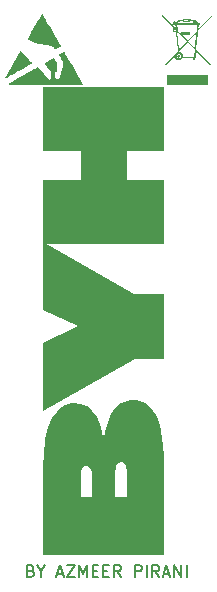
<source format=gbr>
%TF.GenerationSoftware,KiCad,Pcbnew,9.0.6*%
%TF.CreationDate,2026-01-31T02:41:39+05:30*%
%TF.ProjectId,BYH_devboard,4259485f-6465-4766-926f-6172642e6b69,rev?*%
%TF.SameCoordinates,Original*%
%TF.FileFunction,Legend,Bot*%
%TF.FilePolarity,Positive*%
%FSLAX46Y46*%
G04 Gerber Fmt 4.6, Leading zero omitted, Abs format (unit mm)*
G04 Created by KiCad (PCBNEW 9.0.6) date 2026-01-31 02:41:39*
%MOMM*%
%LPD*%
G01*
G04 APERTURE LIST*
%ADD10C,0.150000*%
%ADD11C,0.010000*%
%ADD12C,0.000000*%
G04 APERTURE END LIST*
D10*
G36*
X152740944Y-107820823D02*
G01*
X153239705Y-107979368D01*
X153471778Y-108112524D01*
X153694298Y-108285604D01*
X153907208Y-108502912D01*
X154107050Y-108765777D01*
X154297180Y-109086311D01*
X154469861Y-109460435D01*
X154628653Y-109908308D01*
X154764615Y-110419907D01*
X154879549Y-111022605D01*
X154965280Y-111700917D01*
X155020890Y-112488283D01*
X155040000Y-113364581D01*
X155040000Y-120980073D01*
X144801339Y-120980073D01*
X144801339Y-114120512D01*
X147993593Y-114120512D01*
X147993593Y-116066517D01*
X148910115Y-116066517D01*
X148910115Y-114106468D01*
X148882454Y-113910464D01*
X150897641Y-113910464D01*
X150897641Y-116066517D01*
X151848356Y-116066517D01*
X151848356Y-113938551D01*
X151791308Y-113423979D01*
X151655401Y-113179175D01*
X151532679Y-113105940D01*
X151387348Y-113084312D01*
X151357754Y-113085029D01*
X151133813Y-113157571D01*
X151041889Y-113250681D01*
X150970401Y-113388604D01*
X150916506Y-113611695D01*
X150897641Y-113910464D01*
X148882454Y-113910464D01*
X148850254Y-113682295D01*
X148783581Y-113545968D01*
X148697070Y-113450195D01*
X148575906Y-113385052D01*
X148438115Y-113364581D01*
X148229375Y-113419737D01*
X148137699Y-113503574D01*
X148066404Y-113630944D01*
X148012464Y-113839831D01*
X147993593Y-114120512D01*
X144801339Y-114120512D01*
X144801339Y-113364581D01*
X144824541Y-112470214D01*
X144966066Y-111153290D01*
X145210928Y-110132630D01*
X145535071Y-109361087D01*
X145721082Y-109055796D01*
X145922305Y-108796492D01*
X146138437Y-108579802D01*
X146366425Y-108405428D01*
X146614544Y-108266500D01*
X146871573Y-108168722D01*
X147156890Y-108106541D01*
X147447711Y-108086493D01*
X147939104Y-108142598D01*
X148208634Y-108228221D01*
X148457137Y-108349635D01*
X148702667Y-108518240D01*
X148924473Y-108722377D01*
X149143842Y-108987121D01*
X149335059Y-109287207D01*
X149516703Y-109659976D01*
X149664646Y-110065075D01*
X149789714Y-110541355D01*
X149876095Y-111040610D01*
X149904183Y-111040610D01*
X149985453Y-110550468D01*
X150232909Y-109672763D01*
X150563497Y-108970932D01*
X150950971Y-108446967D01*
X151382664Y-108084302D01*
X151859643Y-107867038D01*
X152118468Y-107811307D01*
X152394239Y-107792180D01*
X152740944Y-107820823D01*
G37*
G36*
X144801339Y-100233475D02*
G01*
X147690732Y-101577421D01*
X144801339Y-102963499D01*
X144801339Y-108787470D01*
X152515750Y-104307445D01*
X155040000Y-104307445D01*
X155040000Y-98875484D01*
X152501706Y-98875484D01*
X144801339Y-94409504D01*
X144801339Y-100233475D01*
G37*
G36*
X147983213Y-86775083D02*
G01*
X147983213Y-89154619D01*
X144801339Y-89154619D01*
X144801339Y-94572536D01*
X155040000Y-94572536D01*
X155040000Y-89154619D01*
X151874612Y-89154619D01*
X151874612Y-86775083D01*
X155040000Y-86775083D01*
X155040000Y-81357166D01*
X144801339Y-81357166D01*
X144801339Y-86775083D01*
X147983213Y-86775083D01*
G37*
X143741428Y-122281009D02*
X143884285Y-122328628D01*
X143884285Y-122328628D02*
X143931904Y-122376247D01*
X143931904Y-122376247D02*
X143979523Y-122471485D01*
X143979523Y-122471485D02*
X143979523Y-122614342D01*
X143979523Y-122614342D02*
X143931904Y-122709580D01*
X143931904Y-122709580D02*
X143884285Y-122757200D01*
X143884285Y-122757200D02*
X143789047Y-122804819D01*
X143789047Y-122804819D02*
X143408095Y-122804819D01*
X143408095Y-122804819D02*
X143408095Y-121804819D01*
X143408095Y-121804819D02*
X143741428Y-121804819D01*
X143741428Y-121804819D02*
X143836666Y-121852438D01*
X143836666Y-121852438D02*
X143884285Y-121900057D01*
X143884285Y-121900057D02*
X143931904Y-121995295D01*
X143931904Y-121995295D02*
X143931904Y-122090533D01*
X143931904Y-122090533D02*
X143884285Y-122185771D01*
X143884285Y-122185771D02*
X143836666Y-122233390D01*
X143836666Y-122233390D02*
X143741428Y-122281009D01*
X143741428Y-122281009D02*
X143408095Y-122281009D01*
X144598571Y-122328628D02*
X144598571Y-122804819D01*
X144265238Y-121804819D02*
X144598571Y-122328628D01*
X144598571Y-122328628D02*
X144931904Y-121804819D01*
X145979524Y-122519104D02*
X146455714Y-122519104D01*
X145884286Y-122804819D02*
X146217619Y-121804819D01*
X146217619Y-121804819D02*
X146550952Y-122804819D01*
X146789048Y-121804819D02*
X147455714Y-121804819D01*
X147455714Y-121804819D02*
X146789048Y-122804819D01*
X146789048Y-122804819D02*
X147455714Y-122804819D01*
X147836667Y-122804819D02*
X147836667Y-121804819D01*
X147836667Y-121804819D02*
X148170000Y-122519104D01*
X148170000Y-122519104D02*
X148503333Y-121804819D01*
X148503333Y-121804819D02*
X148503333Y-122804819D01*
X148979524Y-122281009D02*
X149312857Y-122281009D01*
X149455714Y-122804819D02*
X148979524Y-122804819D01*
X148979524Y-122804819D02*
X148979524Y-121804819D01*
X148979524Y-121804819D02*
X149455714Y-121804819D01*
X149884286Y-122281009D02*
X150217619Y-122281009D01*
X150360476Y-122804819D02*
X149884286Y-122804819D01*
X149884286Y-122804819D02*
X149884286Y-121804819D01*
X149884286Y-121804819D02*
X150360476Y-121804819D01*
X151360476Y-122804819D02*
X151027143Y-122328628D01*
X150789048Y-122804819D02*
X150789048Y-121804819D01*
X150789048Y-121804819D02*
X151170000Y-121804819D01*
X151170000Y-121804819D02*
X151265238Y-121852438D01*
X151265238Y-121852438D02*
X151312857Y-121900057D01*
X151312857Y-121900057D02*
X151360476Y-121995295D01*
X151360476Y-121995295D02*
X151360476Y-122138152D01*
X151360476Y-122138152D02*
X151312857Y-122233390D01*
X151312857Y-122233390D02*
X151265238Y-122281009D01*
X151265238Y-122281009D02*
X151170000Y-122328628D01*
X151170000Y-122328628D02*
X150789048Y-122328628D01*
X152550953Y-122804819D02*
X152550953Y-121804819D01*
X152550953Y-121804819D02*
X152931905Y-121804819D01*
X152931905Y-121804819D02*
X153027143Y-121852438D01*
X153027143Y-121852438D02*
X153074762Y-121900057D01*
X153074762Y-121900057D02*
X153122381Y-121995295D01*
X153122381Y-121995295D02*
X153122381Y-122138152D01*
X153122381Y-122138152D02*
X153074762Y-122233390D01*
X153074762Y-122233390D02*
X153027143Y-122281009D01*
X153027143Y-122281009D02*
X152931905Y-122328628D01*
X152931905Y-122328628D02*
X152550953Y-122328628D01*
X153550953Y-122804819D02*
X153550953Y-121804819D01*
X154598571Y-122804819D02*
X154265238Y-122328628D01*
X154027143Y-122804819D02*
X154027143Y-121804819D01*
X154027143Y-121804819D02*
X154408095Y-121804819D01*
X154408095Y-121804819D02*
X154503333Y-121852438D01*
X154503333Y-121852438D02*
X154550952Y-121900057D01*
X154550952Y-121900057D02*
X154598571Y-121995295D01*
X154598571Y-121995295D02*
X154598571Y-122138152D01*
X154598571Y-122138152D02*
X154550952Y-122233390D01*
X154550952Y-122233390D02*
X154503333Y-122281009D01*
X154503333Y-122281009D02*
X154408095Y-122328628D01*
X154408095Y-122328628D02*
X154027143Y-122328628D01*
X154979524Y-122519104D02*
X155455714Y-122519104D01*
X154884286Y-122804819D02*
X155217619Y-121804819D01*
X155217619Y-121804819D02*
X155550952Y-122804819D01*
X155884286Y-122804819D02*
X155884286Y-121804819D01*
X155884286Y-121804819D02*
X156455714Y-122804819D01*
X156455714Y-122804819D02*
X156455714Y-121804819D01*
X156931905Y-122804819D02*
X156931905Y-121804819D01*
D11*
%TO.C,REF\u002A\u002A*%
X142884597Y-78336875D02*
X142898784Y-78350544D01*
X142940153Y-78392231D01*
X142994868Y-78448984D01*
X143060271Y-78517909D01*
X143133704Y-78596111D01*
X143212507Y-78680694D01*
X143294021Y-78768765D01*
X143375588Y-78857428D01*
X143454549Y-78943788D01*
X143528244Y-79024951D01*
X143594015Y-79098022D01*
X143649202Y-79160106D01*
X143691147Y-79208307D01*
X143717192Y-79239732D01*
X143724676Y-79251486D01*
X143722107Y-79252784D01*
X143697546Y-79266490D01*
X143648965Y-79294125D01*
X143578413Y-79334510D01*
X143487934Y-79386467D01*
X143379576Y-79448817D01*
X143255385Y-79520383D01*
X143117406Y-79599987D01*
X142967687Y-79686450D01*
X142808274Y-79778595D01*
X142641212Y-79875244D01*
X142578769Y-79911379D01*
X142414644Y-80006318D01*
X142259119Y-80096226D01*
X142114215Y-80179936D01*
X141981956Y-80256283D01*
X141864365Y-80324101D01*
X141763463Y-80382223D01*
X141681274Y-80429483D01*
X141619820Y-80464715D01*
X141581125Y-80486754D01*
X141567210Y-80494432D01*
X141567836Y-80490343D01*
X141579254Y-80466842D01*
X141600254Y-80429298D01*
X141613137Y-80407076D01*
X141640533Y-80359685D01*
X141680848Y-80289889D01*
X141732770Y-80199956D01*
X141794992Y-80092154D01*
X141866204Y-79968752D01*
X141945096Y-79832018D01*
X142030359Y-79684221D01*
X142120685Y-79527629D01*
X142214763Y-79364512D01*
X142306882Y-79204835D01*
X142396441Y-79049699D01*
X142480654Y-78903924D01*
X142558258Y-78769695D01*
X142627986Y-78649197D01*
X142688575Y-78544614D01*
X142738759Y-78458131D01*
X142777273Y-78391933D01*
X142802853Y-78348205D01*
X142814233Y-78329131D01*
X142837581Y-78292713D01*
X142884597Y-78336875D01*
G36*
X142884597Y-78336875D02*
G01*
X142898784Y-78350544D01*
X142940153Y-78392231D01*
X142994868Y-78448984D01*
X143060271Y-78517909D01*
X143133704Y-78596111D01*
X143212507Y-78680694D01*
X143294021Y-78768765D01*
X143375588Y-78857428D01*
X143454549Y-78943788D01*
X143528244Y-79024951D01*
X143594015Y-79098022D01*
X143649202Y-79160106D01*
X143691147Y-79208307D01*
X143717192Y-79239732D01*
X143724676Y-79251486D01*
X143722107Y-79252784D01*
X143697546Y-79266490D01*
X143648965Y-79294125D01*
X143578413Y-79334510D01*
X143487934Y-79386467D01*
X143379576Y-79448817D01*
X143255385Y-79520383D01*
X143117406Y-79599987D01*
X142967687Y-79686450D01*
X142808274Y-79778595D01*
X142641212Y-79875244D01*
X142578769Y-79911379D01*
X142414644Y-80006318D01*
X142259119Y-80096226D01*
X142114215Y-80179936D01*
X141981956Y-80256283D01*
X141864365Y-80324101D01*
X141763463Y-80382223D01*
X141681274Y-80429483D01*
X141619820Y-80464715D01*
X141581125Y-80486754D01*
X141567210Y-80494432D01*
X141567836Y-80490343D01*
X141579254Y-80466842D01*
X141600254Y-80429298D01*
X141613137Y-80407076D01*
X141640533Y-80359685D01*
X141680848Y-80289889D01*
X141732770Y-80199956D01*
X141794992Y-80092154D01*
X141866204Y-79968752D01*
X141945096Y-79832018D01*
X142030359Y-79684221D01*
X142120685Y-79527629D01*
X142214763Y-79364512D01*
X142306882Y-79204835D01*
X142396441Y-79049699D01*
X142480654Y-78903924D01*
X142558258Y-78769695D01*
X142627986Y-78649197D01*
X142688575Y-78544614D01*
X142738759Y-78458131D01*
X142777273Y-78391933D01*
X142802853Y-78348205D01*
X142814233Y-78329131D01*
X142837581Y-78292713D01*
X142884597Y-78336875D01*
G37*
X144647321Y-75167687D02*
X144658854Y-75185023D01*
X144684261Y-75226674D01*
X144722268Y-75290423D01*
X144771598Y-75374057D01*
X144830974Y-75475361D01*
X144899120Y-75592121D01*
X144974761Y-75722120D01*
X145056620Y-75863145D01*
X145143421Y-76012980D01*
X145233887Y-76169412D01*
X145326743Y-76330225D01*
X145420712Y-76493205D01*
X145514518Y-76656136D01*
X145606885Y-76816804D01*
X145696537Y-76972994D01*
X145782197Y-77122492D01*
X145862589Y-77263083D01*
X145936438Y-77392552D01*
X146002466Y-77508684D01*
X146059398Y-77609264D01*
X146105958Y-77692079D01*
X146140869Y-77754912D01*
X146162855Y-77795549D01*
X146170640Y-77811776D01*
X146170648Y-77811900D01*
X146158094Y-77828928D01*
X146122019Y-77857791D01*
X146066178Y-77895759D01*
X145994322Y-77940099D01*
X145946134Y-77968464D01*
X145876793Y-78007908D01*
X145828495Y-78032766D01*
X145798003Y-78044436D01*
X145782081Y-78044318D01*
X145777493Y-78033809D01*
X145777143Y-78032095D01*
X145764029Y-78011194D01*
X145735761Y-77975651D01*
X145697547Y-77932095D01*
X145679916Y-77913387D01*
X145625243Y-77863024D01*
X145564783Y-77819977D01*
X145494943Y-77782985D01*
X145412131Y-77750785D01*
X145312753Y-77722114D01*
X145193216Y-77695710D01*
X145049927Y-77670312D01*
X144879292Y-77644657D01*
X144682895Y-77615739D01*
X144493035Y-77584685D01*
X144327021Y-77553556D01*
X144181143Y-77521454D01*
X144051688Y-77487481D01*
X143934944Y-77450738D01*
X143827201Y-77410329D01*
X143724746Y-77365355D01*
X143649449Y-77328266D01*
X143577526Y-77289237D01*
X143520647Y-77254394D01*
X143483260Y-77226477D01*
X143469810Y-77208226D01*
X143470207Y-77206882D01*
X143481041Y-77185374D01*
X143505606Y-77140334D01*
X143542446Y-77074284D01*
X143590108Y-76989745D01*
X143647137Y-76889239D01*
X143712079Y-76775288D01*
X143783480Y-76650413D01*
X143859885Y-76517136D01*
X143939840Y-76377979D01*
X144021891Y-76235463D01*
X144104583Y-76092110D01*
X144186462Y-75950442D01*
X144266074Y-75812980D01*
X144341965Y-75682246D01*
X144412680Y-75560762D01*
X144476765Y-75451050D01*
X144532765Y-75355630D01*
X144579227Y-75277026D01*
X144614696Y-75217757D01*
X144637718Y-75180347D01*
X144646838Y-75167317D01*
X144647321Y-75167687D01*
G36*
X144647321Y-75167687D02*
G01*
X144658854Y-75185023D01*
X144684261Y-75226674D01*
X144722268Y-75290423D01*
X144771598Y-75374057D01*
X144830974Y-75475361D01*
X144899120Y-75592121D01*
X144974761Y-75722120D01*
X145056620Y-75863145D01*
X145143421Y-76012980D01*
X145233887Y-76169412D01*
X145326743Y-76330225D01*
X145420712Y-76493205D01*
X145514518Y-76656136D01*
X145606885Y-76816804D01*
X145696537Y-76972994D01*
X145782197Y-77122492D01*
X145862589Y-77263083D01*
X145936438Y-77392552D01*
X146002466Y-77508684D01*
X146059398Y-77609264D01*
X146105958Y-77692079D01*
X146140869Y-77754912D01*
X146162855Y-77795549D01*
X146170640Y-77811776D01*
X146170648Y-77811900D01*
X146158094Y-77828928D01*
X146122019Y-77857791D01*
X146066178Y-77895759D01*
X145994322Y-77940099D01*
X145946134Y-77968464D01*
X145876793Y-78007908D01*
X145828495Y-78032766D01*
X145798003Y-78044436D01*
X145782081Y-78044318D01*
X145777493Y-78033809D01*
X145777143Y-78032095D01*
X145764029Y-78011194D01*
X145735761Y-77975651D01*
X145697547Y-77932095D01*
X145679916Y-77913387D01*
X145625243Y-77863024D01*
X145564783Y-77819977D01*
X145494943Y-77782985D01*
X145412131Y-77750785D01*
X145312753Y-77722114D01*
X145193216Y-77695710D01*
X145049927Y-77670312D01*
X144879292Y-77644657D01*
X144682895Y-77615739D01*
X144493035Y-77584685D01*
X144327021Y-77553556D01*
X144181143Y-77521454D01*
X144051688Y-77487481D01*
X143934944Y-77450738D01*
X143827201Y-77410329D01*
X143724746Y-77365355D01*
X143649449Y-77328266D01*
X143577526Y-77289237D01*
X143520647Y-77254394D01*
X143483260Y-77226477D01*
X143469810Y-77208226D01*
X143470207Y-77206882D01*
X143481041Y-77185374D01*
X143505606Y-77140334D01*
X143542446Y-77074284D01*
X143590108Y-76989745D01*
X143647137Y-76889239D01*
X143712079Y-76775288D01*
X143783480Y-76650413D01*
X143859885Y-76517136D01*
X143939840Y-76377979D01*
X144021891Y-76235463D01*
X144104583Y-76092110D01*
X144186462Y-75950442D01*
X144266074Y-75812980D01*
X144341965Y-75682246D01*
X144412680Y-75560762D01*
X144476765Y-75451050D01*
X144532765Y-75355630D01*
X144579227Y-75277026D01*
X144614696Y-75217757D01*
X144637718Y-75180347D01*
X144646838Y-75167317D01*
X144647321Y-75167687D01*
G37*
X146511808Y-78390552D02*
X146517563Y-78399137D01*
X146538126Y-78432858D01*
X146571940Y-78489712D01*
X146617711Y-78567480D01*
X146674144Y-78663944D01*
X146739945Y-78776883D01*
X146813819Y-78904080D01*
X146894472Y-79043315D01*
X146980609Y-79192369D01*
X147070936Y-79349024D01*
X147095708Y-79392033D01*
X147193661Y-79562087D01*
X147292270Y-79733266D01*
X147389521Y-79902074D01*
X147483399Y-80065015D01*
X147571892Y-80218594D01*
X147652983Y-80359313D01*
X147724659Y-80483678D01*
X147784905Y-80588192D01*
X147831708Y-80669359D01*
X148052791Y-81052683D01*
X144952837Y-81052683D01*
X144824682Y-81052671D01*
X144519261Y-81052554D01*
X144223193Y-81052314D01*
X143937920Y-81051956D01*
X143664884Y-81051488D01*
X143405526Y-81050915D01*
X143161288Y-81050244D01*
X142933610Y-81049480D01*
X142723935Y-81048631D01*
X142533704Y-81047701D01*
X142364358Y-81046698D01*
X142217339Y-81045627D01*
X142094088Y-81044495D01*
X141996047Y-81043308D01*
X141924657Y-81042071D01*
X141881359Y-81040792D01*
X141867596Y-81039475D01*
X141877815Y-81032816D01*
X141913072Y-81011595D01*
X141970982Y-80977432D01*
X142049191Y-80931683D01*
X142145344Y-80875702D01*
X142257084Y-80810845D01*
X142382057Y-80738466D01*
X142517907Y-80659921D01*
X142662279Y-80576566D01*
X142812817Y-80489755D01*
X142967166Y-80400844D01*
X143122971Y-80311188D01*
X143277877Y-80222141D01*
X143429527Y-80135060D01*
X143575567Y-80051300D01*
X143713642Y-79972215D01*
X143841395Y-79899161D01*
X143956472Y-79833493D01*
X144056517Y-79776566D01*
X144139175Y-79729736D01*
X144202090Y-79694358D01*
X144242908Y-79671786D01*
X144259272Y-79663376D01*
X144269950Y-79665461D01*
X144302119Y-79684420D01*
X144347982Y-79719544D01*
X144402501Y-79767181D01*
X144451606Y-79814868D01*
X144514150Y-79879828D01*
X144584129Y-79955667D01*
X144657957Y-80038210D01*
X144732046Y-80123280D01*
X144802809Y-80206702D01*
X144866659Y-80284301D01*
X144920008Y-80351901D01*
X144959270Y-80405326D01*
X144980856Y-80440401D01*
X144995267Y-80466017D01*
X145034404Y-80519028D01*
X145084719Y-80575424D01*
X145139037Y-80627974D01*
X145190185Y-80669442D01*
X145230988Y-80692598D01*
X145276053Y-80697950D01*
X145336187Y-80683157D01*
X145393340Y-80649238D01*
X145437694Y-80600565D01*
X145445374Y-80587937D01*
X145455153Y-80567255D01*
X145461526Y-80542366D01*
X145464903Y-80507921D01*
X145465692Y-80458574D01*
X145464302Y-80388976D01*
X145461142Y-80293780D01*
X145458877Y-80238714D01*
X145454065Y-80151629D01*
X145448386Y-80075411D01*
X145442369Y-80016761D01*
X145436544Y-79982378D01*
X145422440Y-79943100D01*
X145380627Y-79865752D01*
X145315656Y-79774103D01*
X145226731Y-79667079D01*
X145113061Y-79543602D01*
X145063733Y-79491578D01*
X145006699Y-79430208D01*
X144959625Y-79378177D01*
X144926385Y-79339778D01*
X144910850Y-79319308D01*
X144909253Y-79316058D01*
X144907338Y-79302065D01*
X144916906Y-79286551D01*
X144941876Y-79266171D01*
X144986167Y-79237583D01*
X145053699Y-79197444D01*
X145111108Y-79163934D01*
X145216753Y-79102635D01*
X145299932Y-79055021D01*
X145363439Y-79019545D01*
X145410067Y-78994661D01*
X145442611Y-78978825D01*
X145463865Y-78970489D01*
X145485858Y-78961240D01*
X145498712Y-78948819D01*
X145499915Y-78945890D01*
X145518722Y-78929596D01*
X145553096Y-78908610D01*
X145607480Y-78879322D01*
X145647635Y-78916704D01*
X145661818Y-78931848D01*
X145694816Y-78973005D01*
X145735107Y-79027957D01*
X145776943Y-79089043D01*
X145866097Y-79224001D01*
X145862598Y-79573874D01*
X145859100Y-79923747D01*
X145808154Y-79973245D01*
X145791035Y-79990891D01*
X145736137Y-80070172D01*
X145704091Y-80164447D01*
X145693173Y-80278292D01*
X145695884Y-80339291D01*
X145715022Y-80446890D01*
X145749902Y-80545095D01*
X145797503Y-80623894D01*
X145830556Y-80652626D01*
X145889310Y-80674449D01*
X145955822Y-80676966D01*
X146021577Y-80661340D01*
X146078062Y-80628732D01*
X146116764Y-80580305D01*
X146118031Y-80577680D01*
X146141424Y-80529737D01*
X146166200Y-80479634D01*
X146187233Y-80432599D01*
X146217405Y-80353322D01*
X146250693Y-80255584D01*
X146285940Y-80143740D01*
X146321990Y-80022146D01*
X146357686Y-79895157D01*
X146391871Y-79767128D01*
X146423388Y-79642414D01*
X146451081Y-79525371D01*
X146473793Y-79420355D01*
X146490367Y-79331721D01*
X146499646Y-79263824D01*
X146500475Y-79221019D01*
X146498608Y-79211294D01*
X146480419Y-79162068D01*
X146446668Y-79096211D01*
X146400316Y-79019677D01*
X146382525Y-78992097D01*
X146311043Y-78879634D01*
X146250281Y-78781284D01*
X146201578Y-78699344D01*
X146166275Y-78636117D01*
X146145713Y-78593902D01*
X146141230Y-78574999D01*
X146141749Y-78574332D01*
X146160306Y-78560717D01*
X146199963Y-78535831D01*
X146255287Y-78502988D01*
X146320845Y-78465500D01*
X146326387Y-78462388D01*
X146397568Y-78423224D01*
X146447142Y-78398248D01*
X146479667Y-78385670D01*
X146499703Y-78383701D01*
X146511808Y-78390552D01*
G36*
X146511808Y-78390552D02*
G01*
X146517563Y-78399137D01*
X146538126Y-78432858D01*
X146571940Y-78489712D01*
X146617711Y-78567480D01*
X146674144Y-78663944D01*
X146739945Y-78776883D01*
X146813819Y-78904080D01*
X146894472Y-79043315D01*
X146980609Y-79192369D01*
X147070936Y-79349024D01*
X147095708Y-79392033D01*
X147193661Y-79562087D01*
X147292270Y-79733266D01*
X147389521Y-79902074D01*
X147483399Y-80065015D01*
X147571892Y-80218594D01*
X147652983Y-80359313D01*
X147724659Y-80483678D01*
X147784905Y-80588192D01*
X147831708Y-80669359D01*
X148052791Y-81052683D01*
X144952837Y-81052683D01*
X144824682Y-81052671D01*
X144519261Y-81052554D01*
X144223193Y-81052314D01*
X143937920Y-81051956D01*
X143664884Y-81051488D01*
X143405526Y-81050915D01*
X143161288Y-81050244D01*
X142933610Y-81049480D01*
X142723935Y-81048631D01*
X142533704Y-81047701D01*
X142364358Y-81046698D01*
X142217339Y-81045627D01*
X142094088Y-81044495D01*
X141996047Y-81043308D01*
X141924657Y-81042071D01*
X141881359Y-81040792D01*
X141867596Y-81039475D01*
X141877815Y-81032816D01*
X141913072Y-81011595D01*
X141970982Y-80977432D01*
X142049191Y-80931683D01*
X142145344Y-80875702D01*
X142257084Y-80810845D01*
X142382057Y-80738466D01*
X142517907Y-80659921D01*
X142662279Y-80576566D01*
X142812817Y-80489755D01*
X142967166Y-80400844D01*
X143122971Y-80311188D01*
X143277877Y-80222141D01*
X143429527Y-80135060D01*
X143575567Y-80051300D01*
X143713642Y-79972215D01*
X143841395Y-79899161D01*
X143956472Y-79833493D01*
X144056517Y-79776566D01*
X144139175Y-79729736D01*
X144202090Y-79694358D01*
X144242908Y-79671786D01*
X144259272Y-79663376D01*
X144269950Y-79665461D01*
X144302119Y-79684420D01*
X144347982Y-79719544D01*
X144402501Y-79767181D01*
X144451606Y-79814868D01*
X144514150Y-79879828D01*
X144584129Y-79955667D01*
X144657957Y-80038210D01*
X144732046Y-80123280D01*
X144802809Y-80206702D01*
X144866659Y-80284301D01*
X144920008Y-80351901D01*
X144959270Y-80405326D01*
X144980856Y-80440401D01*
X144995267Y-80466017D01*
X145034404Y-80519028D01*
X145084719Y-80575424D01*
X145139037Y-80627974D01*
X145190185Y-80669442D01*
X145230988Y-80692598D01*
X145276053Y-80697950D01*
X145336187Y-80683157D01*
X145393340Y-80649238D01*
X145437694Y-80600565D01*
X145445374Y-80587937D01*
X145455153Y-80567255D01*
X145461526Y-80542366D01*
X145464903Y-80507921D01*
X145465692Y-80458574D01*
X145464302Y-80388976D01*
X145461142Y-80293780D01*
X145458877Y-80238714D01*
X145454065Y-80151629D01*
X145448386Y-80075411D01*
X145442369Y-80016761D01*
X145436544Y-79982378D01*
X145422440Y-79943100D01*
X145380627Y-79865752D01*
X145315656Y-79774103D01*
X145226731Y-79667079D01*
X145113061Y-79543602D01*
X145063733Y-79491578D01*
X145006699Y-79430208D01*
X144959625Y-79378177D01*
X144926385Y-79339778D01*
X144910850Y-79319308D01*
X144909253Y-79316058D01*
X144907338Y-79302065D01*
X144916906Y-79286551D01*
X144941876Y-79266171D01*
X144986167Y-79237583D01*
X145053699Y-79197444D01*
X145111108Y-79163934D01*
X145216753Y-79102635D01*
X145299932Y-79055021D01*
X145363439Y-79019545D01*
X145410067Y-78994661D01*
X145442611Y-78978825D01*
X145463865Y-78970489D01*
X145485858Y-78961240D01*
X145498712Y-78948819D01*
X145499915Y-78945890D01*
X145518722Y-78929596D01*
X145553096Y-78908610D01*
X145607480Y-78879322D01*
X145647635Y-78916704D01*
X145661818Y-78931848D01*
X145694816Y-78973005D01*
X145735107Y-79027957D01*
X145776943Y-79089043D01*
X145866097Y-79224001D01*
X145862598Y-79573874D01*
X145859100Y-79923747D01*
X145808154Y-79973245D01*
X145791035Y-79990891D01*
X145736137Y-80070172D01*
X145704091Y-80164447D01*
X145693173Y-80278292D01*
X145695884Y-80339291D01*
X145715022Y-80446890D01*
X145749902Y-80545095D01*
X145797503Y-80623894D01*
X145830556Y-80652626D01*
X145889310Y-80674449D01*
X145955822Y-80676966D01*
X146021577Y-80661340D01*
X146078062Y-80628732D01*
X146116764Y-80580305D01*
X146118031Y-80577680D01*
X146141424Y-80529737D01*
X146166200Y-80479634D01*
X146187233Y-80432599D01*
X146217405Y-80353322D01*
X146250693Y-80255584D01*
X146285940Y-80143740D01*
X146321990Y-80022146D01*
X146357686Y-79895157D01*
X146391871Y-79767128D01*
X146423388Y-79642414D01*
X146451081Y-79525371D01*
X146473793Y-79420355D01*
X146490367Y-79331721D01*
X146499646Y-79263824D01*
X146500475Y-79221019D01*
X146498608Y-79211294D01*
X146480419Y-79162068D01*
X146446668Y-79096211D01*
X146400316Y-79019677D01*
X146382525Y-78992097D01*
X146311043Y-78879634D01*
X146250281Y-78781284D01*
X146201578Y-78699344D01*
X146166275Y-78636117D01*
X146145713Y-78593902D01*
X146141230Y-78574999D01*
X146141749Y-78574332D01*
X146160306Y-78560717D01*
X146199963Y-78535831D01*
X146255287Y-78502988D01*
X146320845Y-78465500D01*
X146326387Y-78462388D01*
X146397568Y-78423224D01*
X146447142Y-78398248D01*
X146479667Y-78385670D01*
X146499703Y-78383701D01*
X146511808Y-78390552D01*
G37*
D12*
G36*
X158736223Y-81172414D02*
G01*
X155240661Y-81172414D01*
X155240661Y-80321218D01*
X158736223Y-80321218D01*
X158736223Y-81172414D01*
G37*
G36*
X156272185Y-78590495D02*
G01*
X156278145Y-78590949D01*
X156284019Y-78591695D01*
X156289799Y-78592727D01*
X156295477Y-78594038D01*
X156301047Y-78595620D01*
X156306500Y-78597465D01*
X156311830Y-78599567D01*
X156317030Y-78601917D01*
X156322090Y-78604510D01*
X156327006Y-78607336D01*
X156331768Y-78610389D01*
X156336370Y-78613661D01*
X156340804Y-78617146D01*
X156345063Y-78620835D01*
X156349139Y-78624722D01*
X156353025Y-78628798D01*
X156356715Y-78633057D01*
X156360199Y-78637491D01*
X156363472Y-78642093D01*
X156366525Y-78646855D01*
X156369351Y-78651770D01*
X156371943Y-78656831D01*
X156374294Y-78662030D01*
X156376395Y-78667360D01*
X156378241Y-78672814D01*
X156379822Y-78678383D01*
X156381133Y-78684062D01*
X156382165Y-78689841D01*
X156382912Y-78695715D01*
X156383365Y-78701676D01*
X156383518Y-78707715D01*
X156383365Y-78713755D01*
X156382912Y-78719715D01*
X156382165Y-78725589D01*
X156381133Y-78731368D01*
X156379822Y-78737046D01*
X156378241Y-78742616D01*
X156376395Y-78748069D01*
X156374294Y-78753399D01*
X156371943Y-78758597D01*
X156369351Y-78763658D01*
X156366525Y-78768572D01*
X156363472Y-78773334D01*
X156360199Y-78777936D01*
X156356715Y-78782369D01*
X156353025Y-78786628D01*
X156349139Y-78790703D01*
X156345063Y-78794589D01*
X156340804Y-78798278D01*
X156336370Y-78801762D01*
X156331768Y-78805034D01*
X156327006Y-78808087D01*
X156322090Y-78810913D01*
X156317030Y-78813504D01*
X156311830Y-78815855D01*
X156306500Y-78817956D01*
X156301047Y-78819801D01*
X156295477Y-78821383D01*
X156289799Y-78822693D01*
X156284019Y-78823725D01*
X156278145Y-78824471D01*
X156272185Y-78824925D01*
X156266145Y-78825077D01*
X156260106Y-78824925D01*
X156254145Y-78824471D01*
X156248271Y-78823725D01*
X156242492Y-78822693D01*
X156236813Y-78821383D01*
X156231244Y-78819801D01*
X156225790Y-78817956D01*
X156220460Y-78815855D01*
X156215261Y-78813504D01*
X156210200Y-78810913D01*
X156205285Y-78808087D01*
X156200523Y-78805034D01*
X156195921Y-78801762D01*
X156191487Y-78798278D01*
X156187228Y-78794589D01*
X156183152Y-78790703D01*
X156179265Y-78786628D01*
X156175576Y-78782369D01*
X156172092Y-78777936D01*
X156168819Y-78773334D01*
X156165766Y-78768573D01*
X156162940Y-78763658D01*
X156160348Y-78758597D01*
X156157997Y-78753399D01*
X156155895Y-78748069D01*
X156154050Y-78742616D01*
X156152468Y-78737046D01*
X156151158Y-78731368D01*
X156150125Y-78725589D01*
X156149379Y-78719715D01*
X156148926Y-78713755D01*
X156148773Y-78707715D01*
X156148926Y-78701675D01*
X156149379Y-78695715D01*
X156150125Y-78689841D01*
X156151158Y-78684061D01*
X156152468Y-78678383D01*
X156154050Y-78672813D01*
X156155895Y-78667360D01*
X156157997Y-78662030D01*
X156160348Y-78656831D01*
X156162940Y-78651770D01*
X156165766Y-78646855D01*
X156168819Y-78642093D01*
X156172092Y-78637491D01*
X156175576Y-78633057D01*
X156179265Y-78628798D01*
X156183152Y-78624721D01*
X156187228Y-78620835D01*
X156191487Y-78617146D01*
X156195921Y-78613661D01*
X156200523Y-78610389D01*
X156205285Y-78607336D01*
X156210200Y-78604509D01*
X156215261Y-78601917D01*
X156220460Y-78599567D01*
X156225790Y-78597465D01*
X156231244Y-78595620D01*
X156236813Y-78594038D01*
X156242492Y-78592727D01*
X156248271Y-78591695D01*
X156254145Y-78590949D01*
X156260106Y-78590495D01*
X156266145Y-78590343D01*
X156272185Y-78590495D01*
G37*
G36*
X157818726Y-75762436D02*
G01*
X157835245Y-75775137D01*
X157851009Y-75788392D01*
X157865984Y-75802214D01*
X157880136Y-75816612D01*
X157893431Y-75831599D01*
X157905835Y-75847187D01*
X157917313Y-75863386D01*
X157927832Y-75880207D01*
X157937357Y-75897663D01*
X157945855Y-75915763D01*
X157947249Y-75919038D01*
X157948559Y-75922222D01*
X157949789Y-75925315D01*
X157950940Y-75928314D01*
X157952014Y-75931215D01*
X157953015Y-75934017D01*
X157953944Y-75936716D01*
X157954800Y-75939300D01*
X157954803Y-75939310D01*
X158082682Y-75939310D01*
X158082682Y-76059960D01*
X157937339Y-76059960D01*
X157936909Y-76064957D01*
X157906503Y-76418432D01*
X159076838Y-75185871D01*
X159076838Y-75323362D01*
X157893302Y-76571838D01*
X157881217Y-76712325D01*
X157759189Y-78130928D01*
X157774652Y-78146662D01*
X159003272Y-79396928D01*
X158932470Y-79466503D01*
X157748079Y-78260073D01*
X157700342Y-78814933D01*
X157700066Y-78817377D01*
X157699659Y-78819809D01*
X157699126Y-78822228D01*
X157698472Y-78824628D01*
X157697699Y-78827007D01*
X157696812Y-78829360D01*
X157695816Y-78831684D01*
X157694713Y-78833975D01*
X157693508Y-78836230D01*
X157692205Y-78838445D01*
X157689320Y-78842739D01*
X157686091Y-78846830D01*
X157682550Y-78850687D01*
X157678728Y-78854280D01*
X157674658Y-78857582D01*
X157670371Y-78860563D01*
X157665899Y-78863192D01*
X157663604Y-78864366D01*
X157661274Y-78865442D01*
X157658915Y-78866415D01*
X157656529Y-78867282D01*
X157654121Y-78868039D01*
X157651695Y-78868684D01*
X157649254Y-78869211D01*
X157646804Y-78869617D01*
X157646804Y-79051608D01*
X157423229Y-79051608D01*
X157423229Y-78870080D01*
X156573451Y-78870080D01*
X156561857Y-78890305D01*
X156548976Y-78909649D01*
X156534864Y-78928054D01*
X156519581Y-78945460D01*
X156503186Y-78961810D01*
X156485736Y-78977045D01*
X156467291Y-78991106D01*
X156447909Y-79003936D01*
X156427648Y-79015475D01*
X156406567Y-79025666D01*
X156384724Y-79034449D01*
X156362179Y-79041766D01*
X156338988Y-79047559D01*
X156315212Y-79051769D01*
X156290908Y-79054338D01*
X156266136Y-79055207D01*
X156248254Y-79054755D01*
X156230607Y-79053413D01*
X156213216Y-79051204D01*
X156196104Y-79048148D01*
X156179292Y-79044268D01*
X156162802Y-79039586D01*
X156146656Y-79034123D01*
X156130876Y-79027901D01*
X156115484Y-79020942D01*
X156100500Y-79013269D01*
X156085948Y-79004902D01*
X156071850Y-78995864D01*
X156058226Y-78986176D01*
X156045098Y-78975860D01*
X156032490Y-78964938D01*
X156020422Y-78953433D01*
X156008916Y-78941365D01*
X155997994Y-78928756D01*
X155987678Y-78915629D01*
X155977990Y-78902005D01*
X155968951Y-78887907D01*
X155960584Y-78873355D01*
X155952910Y-78858371D01*
X155945951Y-78842979D01*
X155939729Y-78827198D01*
X155934266Y-78811052D01*
X155929583Y-78794562D01*
X155925703Y-78777750D01*
X155922647Y-78760637D01*
X155920437Y-78743246D01*
X155919095Y-78725598D01*
X155918643Y-78707715D01*
X156085422Y-78707715D01*
X156085657Y-78717015D01*
X156086355Y-78726193D01*
X156087504Y-78735237D01*
X156089094Y-78744136D01*
X156091112Y-78752880D01*
X156093547Y-78761456D01*
X156096389Y-78769853D01*
X156099625Y-78778060D01*
X156103244Y-78786065D01*
X156107235Y-78793857D01*
X156111587Y-78801425D01*
X156116288Y-78808758D01*
X156121326Y-78815844D01*
X156126691Y-78822671D01*
X156132372Y-78829228D01*
X156138356Y-78835505D01*
X156144632Y-78841489D01*
X156151190Y-78847169D01*
X156158017Y-78852534D01*
X156165103Y-78857573D01*
X156172435Y-78862274D01*
X156180003Y-78866626D01*
X156187796Y-78870617D01*
X156195801Y-78874236D01*
X156204008Y-78877472D01*
X156212405Y-78880313D01*
X156220981Y-78882749D01*
X156229724Y-78884767D01*
X156238624Y-78886356D01*
X156247668Y-78887506D01*
X156256846Y-78888204D01*
X156266146Y-78888439D01*
X156275446Y-78888204D01*
X156284625Y-78887506D01*
X156293670Y-78886356D01*
X156302570Y-78884767D01*
X156311314Y-78882749D01*
X156319890Y-78880313D01*
X156328287Y-78877472D01*
X156336494Y-78874236D01*
X156344500Y-78870617D01*
X156352292Y-78866626D01*
X156359860Y-78862274D01*
X156367193Y-78857573D01*
X156374278Y-78852534D01*
X156381105Y-78847169D01*
X156387663Y-78841489D01*
X156393939Y-78835505D01*
X156399923Y-78829228D01*
X156405603Y-78822671D01*
X156410968Y-78815844D01*
X156416006Y-78808758D01*
X156420707Y-78801425D01*
X156425058Y-78793857D01*
X156429049Y-78786065D01*
X156432668Y-78778060D01*
X156435904Y-78769853D01*
X156438745Y-78761456D01*
X156441180Y-78752880D01*
X156443198Y-78744136D01*
X156444787Y-78735237D01*
X156445936Y-78726193D01*
X156446634Y-78717015D01*
X156446869Y-78707715D01*
X156446634Y-78698415D01*
X156445936Y-78689236D01*
X156444787Y-78680191D01*
X156443198Y-78671291D01*
X156441180Y-78662547D01*
X156438745Y-78653971D01*
X156435904Y-78645574D01*
X156432668Y-78637366D01*
X156429049Y-78629361D01*
X156425058Y-78621568D01*
X156420707Y-78614000D01*
X156416006Y-78606668D01*
X156410968Y-78599582D01*
X156405603Y-78592755D01*
X156399923Y-78586198D01*
X156393939Y-78579922D01*
X156387663Y-78573938D01*
X156381105Y-78568258D01*
X156374278Y-78562893D01*
X156367193Y-78557854D01*
X156359860Y-78553154D01*
X156352292Y-78548802D01*
X156344500Y-78544812D01*
X156336494Y-78541193D01*
X156328287Y-78537957D01*
X156319890Y-78535116D01*
X156311313Y-78532681D01*
X156302570Y-78530663D01*
X156293669Y-78529074D01*
X156284625Y-78527924D01*
X156275446Y-78527226D01*
X156266146Y-78526991D01*
X156256846Y-78527226D01*
X156247668Y-78527924D01*
X156238624Y-78529074D01*
X156229724Y-78530663D01*
X156220981Y-78532681D01*
X156212405Y-78535116D01*
X156204008Y-78537957D01*
X156195801Y-78541193D01*
X156187796Y-78544812D01*
X156180003Y-78548802D01*
X156172435Y-78553154D01*
X156165103Y-78557854D01*
X156158017Y-78562893D01*
X156151190Y-78568258D01*
X156144632Y-78573938D01*
X156138356Y-78579922D01*
X156132372Y-78586198D01*
X156126691Y-78592755D01*
X156121326Y-78599582D01*
X156116288Y-78606668D01*
X156111587Y-78614000D01*
X156107235Y-78621568D01*
X156103244Y-78629361D01*
X156099625Y-78637366D01*
X156096389Y-78645574D01*
X156093547Y-78653971D01*
X156091112Y-78662547D01*
X156089094Y-78671291D01*
X156087504Y-78680191D01*
X156086355Y-78689236D01*
X156085657Y-78698415D01*
X156085422Y-78707715D01*
X155918643Y-78707715D01*
X155918720Y-78700329D01*
X155918950Y-78692981D01*
X155919331Y-78685672D01*
X155919862Y-78678405D01*
X155920541Y-78671180D01*
X155921366Y-78663998D01*
X155922336Y-78656862D01*
X155923449Y-78649773D01*
X155161132Y-79453925D01*
X155089125Y-79385587D01*
X156161882Y-78255790D01*
X156296941Y-78255790D01*
X156306895Y-78362576D01*
X156322971Y-78364835D01*
X156338804Y-78367818D01*
X156354374Y-78371509D01*
X156369666Y-78375890D01*
X156384661Y-78380943D01*
X156399342Y-78386651D01*
X156413691Y-78392996D01*
X156427692Y-78399961D01*
X156441326Y-78407529D01*
X156454576Y-78415682D01*
X156467426Y-78424402D01*
X156479856Y-78433673D01*
X156491850Y-78443476D01*
X156503391Y-78453794D01*
X156514461Y-78464610D01*
X156525042Y-78475906D01*
X156535117Y-78487665D01*
X156544668Y-78499870D01*
X156553679Y-78512502D01*
X156562131Y-78525545D01*
X156570007Y-78538980D01*
X156577290Y-78552792D01*
X156583962Y-78566961D01*
X156590006Y-78581471D01*
X156595405Y-78596304D01*
X156600140Y-78611442D01*
X156604194Y-78626869D01*
X156607551Y-78642567D01*
X156610192Y-78658517D01*
X156612100Y-78674704D01*
X156613258Y-78691109D01*
X156613648Y-78707715D01*
X156613608Y-78713000D01*
X156613490Y-78718265D01*
X156613294Y-78723512D01*
X156613022Y-78728740D01*
X156612673Y-78733946D01*
X156612248Y-78739133D01*
X156611748Y-78744297D01*
X156611174Y-78749440D01*
X157584900Y-78749440D01*
X157636750Y-78146662D01*
X157007761Y-77505971D01*
X156296941Y-78255790D01*
X156161882Y-78255790D01*
X156174522Y-78242478D01*
X156027791Y-76668117D01*
X156148984Y-76668117D01*
X156284876Y-78126273D01*
X156939694Y-77436637D01*
X156937947Y-77434857D01*
X157075174Y-77434857D01*
X157076923Y-77436637D01*
X157647839Y-78017617D01*
X157760124Y-76712325D01*
X157075174Y-77434857D01*
X156937947Y-77434857D01*
X156162387Y-76644852D01*
X156162387Y-76668117D01*
X156148984Y-76668117D01*
X156027791Y-76668117D01*
X155753001Y-76668117D01*
X155753001Y-76355935D01*
X155858589Y-76355935D01*
X155858589Y-76559632D01*
X156017697Y-76559632D01*
X156011293Y-76490962D01*
X155878728Y-76355935D01*
X155858589Y-76355935D01*
X155753001Y-76355935D01*
X155753001Y-76247430D01*
X155772215Y-76247430D01*
X154849192Y-75307235D01*
X154849192Y-75169674D01*
X155908298Y-76247440D01*
X155988590Y-76247440D01*
X155971575Y-76064957D01*
X156092782Y-76064957D01*
X156109783Y-76247451D01*
X156162387Y-76247451D01*
X156162387Y-76505993D01*
X156215098Y-76559632D01*
X156453897Y-76802632D01*
X156453897Y-76663130D01*
X157192888Y-76663130D01*
X157192888Y-76904430D01*
X156553926Y-76904430D01*
X157007138Y-77365615D01*
X157773346Y-76558667D01*
X157815814Y-76064957D01*
X156092782Y-76064957D01*
X155971575Y-76064957D01*
X155971247Y-76061438D01*
X155967628Y-76062911D01*
X155963966Y-76064298D01*
X155960261Y-76065598D01*
X155956516Y-76066809D01*
X155952732Y-76067930D01*
X155948909Y-76068961D01*
X155945050Y-76069899D01*
X155941155Y-76070743D01*
X155937225Y-76071493D01*
X155933262Y-76072147D01*
X155929268Y-76072704D01*
X155925242Y-76073162D01*
X155921188Y-76073521D01*
X155917105Y-76073778D01*
X155912996Y-76073934D01*
X155908861Y-76073986D01*
X155900582Y-76073777D01*
X155892412Y-76073155D01*
X155884361Y-76072132D01*
X155876439Y-76070717D01*
X155868656Y-76068921D01*
X155861022Y-76066753D01*
X155853548Y-76064224D01*
X155846242Y-76061343D01*
X155839116Y-76058122D01*
X155832180Y-76054569D01*
X155825443Y-76050695D01*
X155818917Y-76046511D01*
X155812610Y-76042026D01*
X155806533Y-76037250D01*
X155800696Y-76032194D01*
X155795109Y-76026867D01*
X155789783Y-76021280D01*
X155784727Y-76015443D01*
X155779951Y-76009366D01*
X155775466Y-76003059D01*
X155771282Y-75996532D01*
X155767409Y-75989795D01*
X155763856Y-75982859D01*
X155760635Y-75975733D01*
X155757755Y-75968428D01*
X155755226Y-75960954D01*
X155753058Y-75953320D01*
X155751262Y-75945538D01*
X155750150Y-75939310D01*
X156097517Y-75939310D01*
X157499510Y-75939310D01*
X157499510Y-75829519D01*
X157705681Y-75829519D01*
X157705681Y-75939300D01*
X157825808Y-75939300D01*
X157821207Y-75931129D01*
X157816171Y-75923141D01*
X157810711Y-75915336D01*
X157804837Y-75907711D01*
X157798559Y-75900265D01*
X157791886Y-75892994D01*
X157784829Y-75885897D01*
X157777399Y-75878973D01*
X157769604Y-75872218D01*
X157761454Y-75865631D01*
X157752961Y-75859210D01*
X157744133Y-75852953D01*
X157734981Y-75846857D01*
X157725515Y-75840921D01*
X157715745Y-75835142D01*
X157705681Y-75829519D01*
X157499510Y-75829519D01*
X157499510Y-75755802D01*
X157459436Y-75746870D01*
X157418644Y-75738900D01*
X157377385Y-75731842D01*
X157335905Y-75725644D01*
X157294455Y-75720258D01*
X157253281Y-75715631D01*
X157212633Y-75711714D01*
X157172760Y-75708457D01*
X157172760Y-75713102D01*
X157172760Y-75833752D01*
X156579574Y-75833752D01*
X156579574Y-75721146D01*
X156539652Y-75726710D01*
X156499936Y-75733107D01*
X156460668Y-75740387D01*
X156422084Y-75748604D01*
X156384417Y-75757809D01*
X156347902Y-75768055D01*
X156312771Y-75779394D01*
X156279259Y-75791880D01*
X156247600Y-75805564D01*
X156218027Y-75820498D01*
X156204097Y-75828451D01*
X156190776Y-75836736D01*
X156178094Y-75845360D01*
X156166079Y-75854330D01*
X156154762Y-75863652D01*
X156144171Y-75873332D01*
X156134335Y-75883377D01*
X156125285Y-75893794D01*
X156117049Y-75904589D01*
X156109656Y-75915769D01*
X156103136Y-75927341D01*
X156097517Y-75939310D01*
X155750150Y-75939310D01*
X155749847Y-75937616D01*
X155748824Y-75929566D01*
X155748203Y-75921397D01*
X155747994Y-75913119D01*
X155748203Y-75904841D01*
X155748824Y-75896671D01*
X155749847Y-75888620D01*
X155751262Y-75880698D01*
X155753058Y-75872915D01*
X155755226Y-75865281D01*
X155757755Y-75857806D01*
X155760635Y-75850501D01*
X155763856Y-75843375D01*
X155767409Y-75836439D01*
X155771282Y-75829702D01*
X155775466Y-75823175D01*
X155779951Y-75816868D01*
X155784727Y-75810791D01*
X155789783Y-75804954D01*
X155795109Y-75799368D01*
X155800696Y-75794041D01*
X155806533Y-75788985D01*
X155812610Y-75784210D01*
X155818917Y-75779725D01*
X155825443Y-75775541D01*
X155832180Y-75771667D01*
X155839116Y-75768115D01*
X155846242Y-75764894D01*
X155853548Y-75762013D01*
X155861022Y-75759484D01*
X155868656Y-75757317D01*
X155876439Y-75755521D01*
X155884361Y-75754106D01*
X155892412Y-75753083D01*
X155900582Y-75752462D01*
X155908861Y-75752253D01*
X155918425Y-75752532D01*
X155927843Y-75753361D01*
X155937097Y-75754723D01*
X155946172Y-75756602D01*
X155955054Y-75758984D01*
X155963725Y-75761852D01*
X155972170Y-75765190D01*
X155980375Y-75768984D01*
X155988322Y-75773217D01*
X155995997Y-75777874D01*
X156003383Y-75782938D01*
X156010465Y-75788395D01*
X156017228Y-75794229D01*
X156023656Y-75800424D01*
X156029733Y-75806964D01*
X156035443Y-75813834D01*
X156057393Y-75790411D01*
X156081740Y-75768561D01*
X156108315Y-75748232D01*
X156136949Y-75729371D01*
X156167473Y-75711926D01*
X156199717Y-75695842D01*
X156233512Y-75681068D01*
X156268690Y-75667550D01*
X156297552Y-75657784D01*
X156700244Y-75657784D01*
X156700244Y-75713102D01*
X157052130Y-75713102D01*
X157052130Y-75657784D01*
X156700244Y-75657784D01*
X156297552Y-75657784D01*
X156305082Y-75655236D01*
X156342517Y-75644072D01*
X156380827Y-75634006D01*
X156419843Y-75624986D01*
X156459396Y-75616957D01*
X156499317Y-75609867D01*
X156579574Y-75598295D01*
X156579574Y-75537144D01*
X157172760Y-75537144D01*
X157172760Y-75584921D01*
X157212765Y-75587796D01*
X157253336Y-75591345D01*
X157294310Y-75595622D01*
X157335524Y-75600682D01*
X157376815Y-75606580D01*
X157418018Y-75613370D01*
X157458971Y-75621106D01*
X157499510Y-75629843D01*
X157499510Y-75617507D01*
X157705671Y-75617507D01*
X157705671Y-75697246D01*
X157726003Y-75706857D01*
X157745784Y-75716954D01*
X157764981Y-75727549D01*
X157783560Y-75738654D01*
X157801486Y-75750279D01*
X157809317Y-75755802D01*
X157818726Y-75762436D01*
G37*
%TD*%
M02*

</source>
